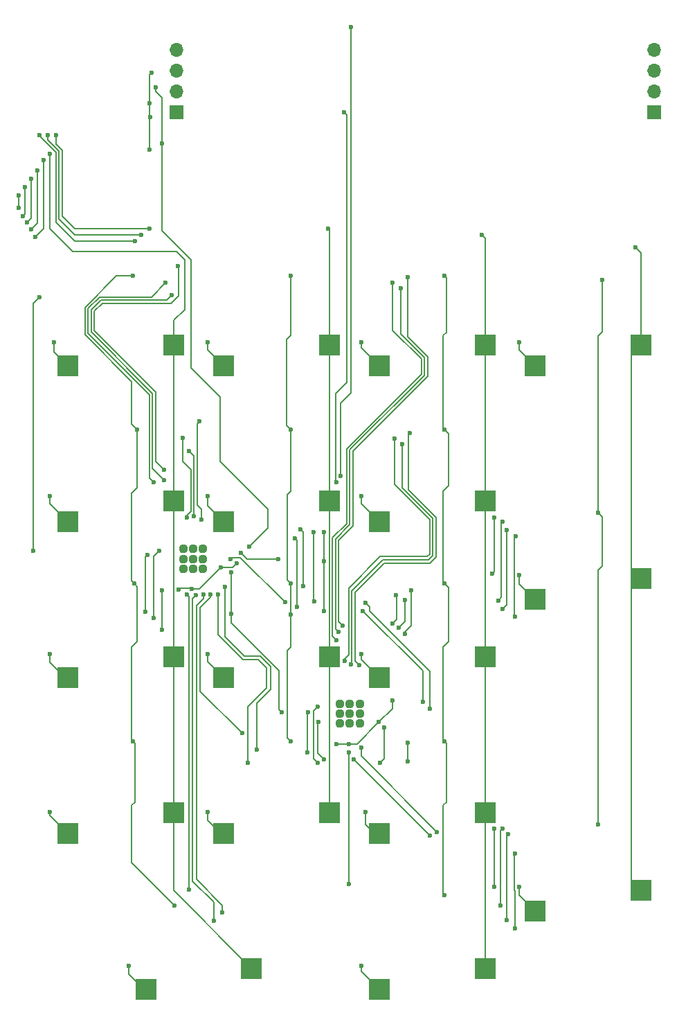
<source format=gbr>
%TF.GenerationSoftware,KiCad,Pcbnew,(6.0.5)*%
%TF.CreationDate,2022-06-21T22:17:49+02:00*%
%TF.ProjectId,Numpad,4e756d70-6164-42e6-9b69-6361645f7063,rev?*%
%TF.SameCoordinates,Original*%
%TF.FileFunction,Copper,L2,Bot*%
%TF.FilePolarity,Positive*%
%FSLAX46Y46*%
G04 Gerber Fmt 4.6, Leading zero omitted, Abs format (unit mm)*
G04 Created by KiCad (PCBNEW (6.0.5)) date 2022-06-21 22:17:49*
%MOMM*%
%LPD*%
G01*
G04 APERTURE LIST*
G04 Aperture macros list*
%AMRoundRect*
0 Rectangle with rounded corners*
0 $1 Rounding radius*
0 $2 $3 $4 $5 $6 $7 $8 $9 X,Y pos of 4 corners*
0 Add a 4 corners polygon primitive as box body*
4,1,4,$2,$3,$4,$5,$6,$7,$8,$9,$2,$3,0*
0 Add four circle primitives for the rounded corners*
1,1,$1+$1,$2,$3*
1,1,$1+$1,$4,$5*
1,1,$1+$1,$6,$7*
1,1,$1+$1,$8,$9*
0 Add four rect primitives between the rounded corners*
20,1,$1+$1,$2,$3,$4,$5,0*
20,1,$1+$1,$4,$5,$6,$7,0*
20,1,$1+$1,$6,$7,$8,$9,0*
20,1,$1+$1,$8,$9,$2,$3,0*%
G04 Aperture macros list end*
%TA.AperFunction,SMDPad,CuDef*%
%ADD10R,2.550000X2.500000*%
%TD*%
%TA.AperFunction,ComponentPad*%
%ADD11R,1.700000X1.700000*%
%TD*%
%TA.AperFunction,ComponentPad*%
%ADD12O,1.700000X1.700000*%
%TD*%
%TA.AperFunction,ComponentPad*%
%ADD13RoundRect,0.242500X-0.242500X-0.242500X0.242500X-0.242500X0.242500X0.242500X-0.242500X0.242500X0*%
%TD*%
%TA.AperFunction,ViaPad*%
%ADD14C,0.600000*%
%TD*%
%TA.AperFunction,Conductor*%
%ADD15C,0.127000*%
%TD*%
G04 APERTURE END LIST*
D10*
%TO.P,K_ZERO1,1*%
%TO.N,Net-(K_FOUR1-Pad1)*%
X51104000Y-140500000D03*
%TO.P,K_ZERO1,2*%
%TO.N,Net-(D22-Pad2)*%
X38177000Y-143040000D03*
%TD*%
%TO.P,K_TWO1,1*%
%TO.N,Net-(K_EIGHT1-Pad1)*%
X60624000Y-121455000D03*
%TO.P,K_TWO1,2*%
%TO.N,Net-(D26-Pad2)*%
X47697000Y-123995000D03*
%TD*%
%TO.P,K_DOT1,1*%
%TO.N,Net-(K_DOT1-Pad1)*%
X79674000Y-140505000D03*
%TO.P,K_DOT1,2*%
%TO.N,Net-(D31-Pad2)*%
X66747000Y-143045000D03*
%TD*%
%TO.P,K_SLASH1,1*%
%TO.N,Net-(K_EIGHT1-Pad1)*%
X60624000Y-64305000D03*
%TO.P,K_SLASH1,2*%
%TO.N,Net-(D23-Pad2)*%
X47697000Y-66845000D03*
%TD*%
%TO.P,K_ENTER1,1*%
%TO.N,Net-(K_ENTER1-Pad1)*%
X98729000Y-130975000D03*
%TO.P,K_ENTER1,2*%
%TO.N,Net-(D34-Pad2)*%
X85802000Y-133515000D03*
%TD*%
%TO.P,K_MINUS1,1*%
%TO.N,Net-(K_ENTER1-Pad1)*%
X98724000Y-64305000D03*
%TO.P,K_MINUS1,2*%
%TO.N,Net-(D32-Pad2)*%
X85797000Y-66845000D03*
%TD*%
D11*
%TO.P,J1,1,Pin_1*%
%TO.N,Net-(J1-Pad1)*%
X100320000Y-35894000D03*
D12*
%TO.P,J1,2,Pin_2*%
%TO.N,Net-(C1-Pad2)*%
X100320000Y-33354000D03*
%TO.P,J1,3,Pin_3*%
%TO.N,Net-(C1-Pad1)*%
X100320000Y-30814000D03*
%TO.P,J1,4,Pin_4*%
%TO.N,Net-(J1-Pad4)*%
X100320000Y-28274000D03*
%TD*%
D10*
%TO.P,K_PLUS1,1*%
%TO.N,Net-(K_ENTER1-Pad1)*%
X98729000Y-92875000D03*
%TO.P,K_PLUS1,2*%
%TO.N,Net-(D33-Pad2)*%
X85802000Y-95415000D03*
%TD*%
%TO.P,K_THREE1,1*%
%TO.N,Net-(K_DOT1-Pad1)*%
X79674000Y-121455000D03*
%TO.P,K_THREE1,2*%
%TO.N,Net-(D30-Pad2)*%
X66747000Y-123995000D03*
%TD*%
%TO.P,K_SEVEN1,1*%
%TO.N,Net-(K_FOUR1-Pad1)*%
X41574000Y-83355000D03*
%TO.P,K_SEVEN1,2*%
%TO.N,Net-(D19-Pad2)*%
X28647000Y-85895000D03*
%TD*%
%TO.P,K_FOUR1,1*%
%TO.N,Net-(K_FOUR1-Pad1)*%
X41574000Y-102405000D03*
%TO.P,K_FOUR1,2*%
%TO.N,Net-(D20-Pad2)*%
X28647000Y-104945000D03*
%TD*%
%TO.P,K_ONE1,1*%
%TO.N,Net-(K_FOUR1-Pad1)*%
X41574000Y-121455000D03*
%TO.P,K_ONE1,2*%
%TO.N,Net-(D21-Pad2)*%
X28647000Y-123995000D03*
%TD*%
%TO.P,K_FIVE1,1*%
%TO.N,Net-(K_EIGHT1-Pad1)*%
X60624000Y-102405000D03*
%TO.P,K_FIVE1,2*%
%TO.N,Net-(D25-Pad2)*%
X47697000Y-104945000D03*
%TD*%
D13*
%TO.P,U2,23,GND*%
%TO.N,Net-(C1-Pad2)*%
X45142000Y-90424000D03*
X43942000Y-91624000D03*
X43942000Y-90424000D03*
X45142000Y-89224000D03*
X42742000Y-90424000D03*
X45142000Y-91624000D03*
X42742000Y-91624000D03*
X42742000Y-89224000D03*
X43942000Y-89224000D03*
%TD*%
%TO.P,U3,23,GND*%
%TO.N,Net-(C1-Pad2)*%
X63119000Y-109347000D03*
X64319000Y-108147000D03*
X64319000Y-109347000D03*
X61919000Y-108147000D03*
X63119000Y-110547000D03*
X63119000Y-108147000D03*
X61919000Y-109347000D03*
X61919000Y-110547000D03*
X64319000Y-110547000D03*
%TD*%
D10*
%TO.P,K_SIX1,1*%
%TO.N,Net-(K_DOT1-Pad1)*%
X79674000Y-102405000D03*
%TO.P,K_SIX1,2*%
%TO.N,Net-(D29-Pad2)*%
X66747000Y-104945000D03*
%TD*%
%TO.P,K_STAR1,1*%
%TO.N,Net-(K_DOT1-Pad1)*%
X79674000Y-64305000D03*
%TO.P,K_STAR1,2*%
%TO.N,Net-(D27-Pad2)*%
X66747000Y-66845000D03*
%TD*%
%TO.P,K_EIGHT1,1*%
%TO.N,Net-(K_EIGHT1-Pad1)*%
X60624000Y-83355000D03*
%TO.P,K_EIGHT1,2*%
%TO.N,Net-(D24-Pad2)*%
X47697000Y-85895000D03*
%TD*%
D11*
%TO.P,J2,1,Pin_1*%
%TO.N,Net-(J2-Pad1)*%
X41926000Y-35894000D03*
D12*
%TO.P,J2,2,Pin_2*%
%TO.N,Net-(J2-Pad2)*%
X41926000Y-33354000D03*
%TO.P,J2,3,Pin_3*%
%TO.N,Net-(J2-Pad3)*%
X41926000Y-30814000D03*
%TO.P,J2,4,Pin_4*%
%TO.N,Net-(J2-Pad4)*%
X41926000Y-28274000D03*
%TD*%
D10*
%TO.P,K_NUMPAD1,1*%
%TO.N,Net-(K_FOUR1-Pad1)*%
X41574000Y-64305000D03*
%TO.P,K_NUMPAD1,2*%
%TO.N,Net-(D18-Pad2)*%
X28647000Y-66845000D03*
%TD*%
%TO.P,K_NINE1,1*%
%TO.N,Net-(K_DOT1-Pad1)*%
X79674000Y-83355000D03*
%TO.P,K_NINE1,2*%
%TO.N,Net-(D28-Pad2)*%
X66747000Y-85895000D03*
%TD*%
D14*
%TO.N,Net-(D18-Pad1)*%
X25654000Y-41656000D03*
X24638000Y-51054000D03*
%TO.N,Net-(D18-Pad2)*%
X26974000Y-63992000D03*
%TO.N,Net-(D19-Pad1)*%
X24102475Y-50197889D03*
X24892000Y-42926000D03*
%TO.N,Net-(D19-Pad2)*%
X26466000Y-82788000D03*
%TO.N,Net-(D20-Pad1)*%
X83385903Y-87707316D03*
X24130000Y-43942000D03*
X23626452Y-49305347D03*
X83362000Y-97520000D03*
%TO.N,Net-(D20-Pad2)*%
X26466000Y-102092000D03*
%TO.N,Net-(D21-Pad1)*%
X23114000Y-48514000D03*
X23368000Y-44958000D03*
%TO.N,Net-(D21-Pad2)*%
X26466000Y-121396000D03*
%TO.N,Net-(D22-Pad1)*%
X22606000Y-47498000D03*
X83362000Y-126476000D03*
X22606000Y-45974000D03*
X83362000Y-135620000D03*
%TO.N,Net-(D22-Pad2)*%
X36118000Y-140192000D03*
%TO.N,Net-(D23-Pad2)*%
X45770000Y-63992000D03*
%TO.N,Net-(D24-Pad2)*%
X45770000Y-82788000D03*
%TO.N,Net-(D25-Pad2)*%
X45770000Y-102092000D03*
%TO.N,Net-(D26-Pad2)*%
X45770000Y-121396000D03*
%TO.N,Net-(D27-Pad2)*%
X64566000Y-63992000D03*
%TO.N,Net-(D28-Pad2)*%
X64566000Y-82788000D03*
%TO.N,Net-(D29-Pad2)*%
X64566000Y-102092000D03*
%TO.N,Net-(D30-Pad2)*%
X65074000Y-121396000D03*
%TO.N,Net-(D31-Pad2)*%
X64566000Y-140192000D03*
%TO.N,Net-(D32-Pad2)*%
X83870000Y-63992000D03*
%TO.N,Net-(D33-Pad2)*%
X83870000Y-92440000D03*
%TO.N,Net-(D34-Pad2)*%
X83870000Y-130540000D03*
%TO.N,Net-(C1-Pad1)*%
X67310000Y-110998000D03*
X66802000Y-115316000D03*
X57985000Y-109147000D03*
X38862000Y-30988000D03*
X57952430Y-114057618D03*
X38608000Y-40386000D03*
X24384000Y-89408000D03*
X38701299Y-36445054D03*
X25146000Y-58420000D03*
X48641000Y-92075000D03*
X54810000Y-109147000D03*
X38612045Y-34788894D03*
X38354000Y-89916000D03*
X38100000Y-96884520D03*
X48641000Y-97155000D03*
%TO.N,Net-(D2-Pad1)*%
X44720000Y-73644000D03*
X44958000Y-85598000D03*
%TO.N,Net-(D2-Pad2)*%
X44069480Y-85216520D03*
X43434000Y-77216000D03*
%TO.N,Net-(D2-Pad4)*%
X43180000Y-85344000D03*
X42688000Y-75676000D03*
%TO.N,Net-(C1-Pad2)*%
X61468000Y-113030000D03*
X43815000Y-94107000D03*
X68326000Y-107696000D03*
X49276000Y-90932000D03*
X40132000Y-39624000D03*
X50800000Y-88900000D03*
X47371000Y-91440000D03*
X62992000Y-113030000D03*
X42218922Y-94229011D03*
X66675000Y-110363000D03*
X40132000Y-94234000D03*
X40132000Y-99060000D03*
X39370000Y-32766000D03*
%TO.N,Net-(D14-Pad2)*%
X82480000Y-124070000D03*
X63627000Y-114935000D03*
X82346000Y-134604000D03*
X72898000Y-124206000D03*
%TO.N,Net-(D1-Pad4)*%
X39116000Y-81026000D03*
X40602000Y-56680000D03*
%TO.N,Net-(D1-Pad2)*%
X40386000Y-80772000D03*
X41364000Y-58204000D03*
%TO.N,Net-(D1-Pad1)*%
X42126000Y-54648000D03*
X40386000Y-79502000D03*
%TO.N,Net-(D11-Pad4)*%
X68580000Y-75692000D03*
X62484000Y-102870000D03*
%TO.N,Net-(D11-Pad2)*%
X63299292Y-103322320D03*
X69523993Y-76436273D03*
%TO.N,Net-(D11-Pad1)*%
X70497000Y-75045000D03*
X64262000Y-103378000D03*
%TO.N,Net-(D12-Pad4)*%
X81788000Y-85852000D03*
X68326000Y-98298000D03*
X81280000Y-95504000D03*
X68724989Y-94851011D03*
%TO.N,Net-(D12-Pad2)*%
X81788000Y-96520000D03*
X69088000Y-98806000D03*
X69859000Y-95495000D03*
X82296000Y-86868000D03*
%TO.N,Net-(D12-Pad1)*%
X80772000Y-85344000D03*
X70612000Y-94234000D03*
X69850000Y-99568000D03*
X80518000Y-92202000D03*
%TO.N,Net-(D3-Pad2)*%
X56388000Y-87884000D03*
X56642000Y-96266000D03*
%TO.N,Net-(J1-Pad1)*%
X62404000Y-35894000D03*
X72898000Y-108712000D03*
X55177262Y-95724876D03*
X65024000Y-95758000D03*
X48514000Y-90424000D03*
X58783011Y-95648989D03*
X58674000Y-87122000D03*
X61468000Y-81026000D03*
%TO.N,Net-(J1-Pad4)*%
X63246000Y-25400000D03*
X59944000Y-90678000D03*
X72080004Y-107923248D03*
X64719750Y-96805095D03*
X59944000Y-87122000D03*
X61976000Y-80264000D03*
X59944000Y-96774000D03*
X54356000Y-90424000D03*
X49784000Y-89662000D03*
%TO.N,Net-(D14-Pad4)*%
X73787000Y-123825000D03*
X81838000Y-123428000D03*
X64501614Y-113461467D03*
X81584000Y-132826000D03*
%TO.N,Net-(D3-Pad4)*%
X57096345Y-86864569D03*
X57404000Y-93726000D03*
%TO.N,Net-(D14-Pad1)*%
X80822000Y-130540000D03*
X80822000Y-123428000D03*
X62992000Y-130175000D03*
X62992000Y-114046000D03*
%TO.N,Net-(D10-Pad3)*%
X70231000Y-115189000D03*
X70231000Y-112903000D03*
X74726000Y-74660000D03*
X74726000Y-55864000D03*
X59309000Y-110363000D03*
X74726000Y-112760000D03*
X59972227Y-114917341D03*
X74726000Y-131556000D03*
X74726000Y-93456000D03*
%TO.N,Net-(D1-Pad3)*%
X41706000Y-132826000D03*
X36626000Y-112760000D03*
X36741335Y-93416482D03*
X36626000Y-55864000D03*
X37134000Y-74660000D03*
%TO.N,Net-(D6-Pad3)*%
X39779308Y-89488624D03*
X39164446Y-97627280D03*
X55930000Y-74660000D03*
X55930000Y-112760000D03*
X55930000Y-93456000D03*
X55930000Y-55864000D03*
X55930000Y-97232000D03*
%TO.N,Net-(D15-Pad3)*%
X59182000Y-108458000D03*
X59182000Y-115316000D03*
X93522000Y-84820000D03*
X93522000Y-122920000D03*
X94030000Y-56372000D03*
%TO.N,Net-(D4-Pad1)*%
X46101000Y-94742000D03*
X49927000Y-111744000D03*
%TO.N,Net-(D4-Pad2)*%
X50673000Y-115316000D03*
X46990000Y-94742000D03*
%TO.N,Net-(D4-Pad4)*%
X47879000Y-93853000D03*
X51705000Y-113776000D03*
%TO.N,Net-(D5-Pad1)*%
X43434000Y-130810000D03*
X43180000Y-94742000D03*
%TO.N,Net-(D5-Pad2)*%
X44323000Y-94869000D03*
X46482000Y-134620000D03*
%TO.N,Net-(D5-Pad4)*%
X45212000Y-94742000D03*
X47498000Y-133604000D03*
%TO.N,Net-(D10-Pad1)*%
X62230000Y-98552000D03*
X70243000Y-55995000D03*
%TO.N,Net-(D10-Pad2)*%
X61722000Y-99314000D03*
X69351000Y-57395000D03*
%TO.N,Net-(D10-Pad4)*%
X68326000Y-56642000D03*
X61468000Y-100330000D03*
%TO.N,Net-(K_DOT1-Pad1)*%
X79248000Y-50800000D03*
X26162000Y-38608000D03*
X37592000Y-50800000D03*
%TO.N,Net-(K_EIGHT1-Pad1)*%
X27178000Y-38608000D03*
X60452000Y-50038000D03*
X38608000Y-50038000D03*
%TO.N,Net-(K_ENTER1-Pad1)*%
X25146000Y-38608000D03*
X98044000Y-52324000D03*
X36830000Y-51562000D03*
%TO.N,Net-(K_FOUR1-Pad1)*%
X26416000Y-40894000D03*
%TD*%
D15*
%TO.N,Net-(D18-Pad1)*%
X24638000Y-51054000D02*
X25654000Y-50038000D01*
X25654000Y-50038000D02*
X25654000Y-41656000D01*
%TO.N,Net-(D18-Pad2)*%
X26974000Y-65172000D02*
X26974000Y-63992000D01*
X28647000Y-66845000D02*
X26974000Y-65172000D01*
%TO.N,Net-(D19-Pad1)*%
X24102475Y-50197889D02*
X24892000Y-49408364D01*
X24892000Y-49408364D02*
X24892000Y-42926000D01*
%TO.N,Net-(D19-Pad2)*%
X26466000Y-83714000D02*
X26466000Y-82788000D01*
X28647000Y-85895000D02*
X26466000Y-83714000D01*
%TO.N,Net-(D20-Pad1)*%
X83216489Y-97374489D02*
X83216489Y-88013511D01*
X83362000Y-97520000D02*
X83216489Y-97374489D01*
X23626452Y-49305347D02*
X24130000Y-48801799D01*
X24130000Y-48801799D02*
X24130000Y-43942000D01*
X83216489Y-88013511D02*
X83385903Y-87707316D01*
%TO.N,Net-(D20-Pad2)*%
X26466000Y-103108000D02*
X26466000Y-102092000D01*
X28303000Y-104945000D02*
X26466000Y-103108000D01*
%TO.N,Net-(D21-Pad1)*%
X23368000Y-48260000D02*
X23368000Y-44958000D01*
X23114000Y-48514000D02*
X23368000Y-48260000D01*
%TO.N,Net-(D21-Pad2)*%
X26466000Y-121814000D02*
X26466000Y-121396000D01*
X28647000Y-123995000D02*
X26466000Y-121814000D01*
%TO.N,Net-(D22-Pad1)*%
X83362000Y-126476000D02*
X83216489Y-126621511D01*
X83216489Y-130902489D02*
X83216489Y-126621511D01*
X83362000Y-135620000D02*
X83362000Y-131048000D01*
X22606000Y-47498000D02*
X22606000Y-45974000D01*
X83362000Y-131048000D02*
X83216489Y-130902489D01*
%TO.N,Net-(D22-Pad2)*%
X37950000Y-143040000D02*
X36118000Y-141208000D01*
X36118000Y-141208000D02*
X36118000Y-140192000D01*
%TO.N,Net-(D23-Pad2)*%
X45770000Y-64918000D02*
X45770000Y-63992000D01*
X47697000Y-66845000D02*
X45770000Y-64918000D01*
%TO.N,Net-(D24-Pad2)*%
X47697000Y-85895000D02*
X45770000Y-83968000D01*
X45770000Y-83968000D02*
X45770000Y-82788000D01*
%TO.N,Net-(D25-Pad2)*%
X45770000Y-103018000D02*
X45770000Y-102092000D01*
X47697000Y-104945000D02*
X45770000Y-103018000D01*
%TO.N,Net-(D26-Pad2)*%
X47353000Y-123995000D02*
X45770000Y-122412000D01*
X45770000Y-122412000D02*
X45770000Y-121396000D01*
%TO.N,Net-(D27-Pad2)*%
X66747000Y-66845000D02*
X64566000Y-64664000D01*
X64566000Y-64664000D02*
X64566000Y-63992000D01*
%TO.N,Net-(D28-Pad2)*%
X66747000Y-85895000D02*
X64566000Y-83714000D01*
X64566000Y-83714000D02*
X64566000Y-82788000D01*
%TO.N,Net-(D29-Pad2)*%
X64566000Y-102764000D02*
X64566000Y-102092000D01*
X66747000Y-104945000D02*
X64566000Y-102764000D01*
%TO.N,Net-(D30-Pad2)*%
X65074000Y-122920000D02*
X65074000Y-121396000D01*
X66149000Y-123995000D02*
X65074000Y-122920000D01*
%TO.N,Net-(D31-Pad2)*%
X66747000Y-143045000D02*
X64566000Y-140864000D01*
X64566000Y-140864000D02*
X64566000Y-140192000D01*
%TO.N,Net-(D32-Pad2)*%
X85797000Y-66845000D02*
X83870000Y-64918000D01*
X83870000Y-64918000D02*
X83870000Y-63992000D01*
%TO.N,Net-(D33-Pad2)*%
X83870000Y-93483000D02*
X83870000Y-92440000D01*
X85802000Y-95415000D02*
X83870000Y-93483000D01*
%TO.N,Net-(D34-Pad2)*%
X85802000Y-133488000D02*
X83870000Y-131556000D01*
X83870000Y-131556000D02*
X83870000Y-130540000D01*
%TO.N,Net-(C1-Pad1)*%
X54483000Y-108820000D02*
X54810000Y-109147000D01*
X38100000Y-96884520D02*
X38100000Y-90170000D01*
X57952430Y-109179570D02*
X57952430Y-114057618D01*
X67310000Y-114808000D02*
X66802000Y-115316000D01*
X38608000Y-40386000D02*
X38608000Y-36538353D01*
X48641000Y-97155000D02*
X48641000Y-98261490D01*
X38100000Y-90170000D02*
X38354000Y-89916000D01*
X67310000Y-110998000D02*
X67310000Y-114808000D01*
X38612045Y-34788894D02*
X38612045Y-36355800D01*
X38612045Y-34788894D02*
X38612045Y-31237955D01*
X57985000Y-109147000D02*
X57952430Y-109179570D01*
X24384000Y-59182000D02*
X25146000Y-58420000D01*
X24384000Y-89408000D02*
X24384000Y-59182000D01*
X48641000Y-92075000D02*
X48641000Y-97155000D01*
X48641000Y-98261490D02*
X54483000Y-104103490D01*
X38608000Y-36538353D02*
X38701299Y-36445054D01*
X54483000Y-104103490D02*
X54483000Y-108820000D01*
X38612045Y-36355800D02*
X38701299Y-36445054D01*
X38612045Y-31237955D02*
X38862000Y-30988000D01*
%TO.N,Net-(D2-Pad1)*%
X44450000Y-83820000D02*
X44958000Y-84328000D01*
X44720000Y-73644000D02*
X44450000Y-73914000D01*
X44958000Y-84328000D02*
X44958000Y-85598000D01*
X44450000Y-73914000D02*
X44450000Y-83820000D01*
%TO.N,Net-(D2-Pad2)*%
X44069480Y-84962520D02*
X44069480Y-85216520D01*
X44069480Y-84962520D02*
X44069480Y-77851480D01*
X44069480Y-77851480D02*
X43434000Y-77216000D01*
%TO.N,Net-(D2-Pad4)*%
X42688000Y-75676000D02*
X42688000Y-78502000D01*
X43688000Y-79502000D02*
X43688000Y-84582000D01*
X42688000Y-78502000D02*
X43688000Y-79502000D01*
X43688000Y-84582000D02*
X43180000Y-85090000D01*
X43180000Y-85090000D02*
X43180000Y-85344000D01*
%TO.N,Net-(C1-Pad2)*%
X68326000Y-108712000D02*
X68326000Y-107696000D01*
X42218922Y-94229011D02*
X42467933Y-93980000D01*
X44704000Y-94107000D02*
X47371000Y-91440000D01*
X42467933Y-93980000D02*
X43688000Y-93980000D01*
X64008000Y-113030000D02*
X62992000Y-113030000D01*
X66675000Y-110363000D02*
X68326000Y-108712000D01*
X40132000Y-39370000D02*
X40132000Y-34036000D01*
X43688000Y-93980000D02*
X43815000Y-94107000D01*
X40132000Y-50292000D02*
X40132000Y-39624000D01*
X66675000Y-110363000D02*
X64008000Y-113030000D01*
X43815000Y-94107000D02*
X44704000Y-94107000D01*
X53086000Y-86614000D02*
X53086000Y-84328000D01*
X43688000Y-53848000D02*
X40132000Y-50292000D01*
X40132000Y-39624000D02*
X40132000Y-39370000D01*
X62992000Y-113030000D02*
X61468000Y-113030000D01*
X43688000Y-67056000D02*
X43688000Y-53848000D01*
X40132000Y-99060000D02*
X40132000Y-94234000D01*
X53086000Y-84328000D02*
X47244000Y-78486000D01*
X39370000Y-33274000D02*
X39370000Y-32766000D01*
X40132000Y-34036000D02*
X39370000Y-33274000D01*
X50800000Y-88900000D02*
X53086000Y-86614000D01*
X48768000Y-91440000D02*
X49276000Y-90932000D01*
X47371000Y-91440000D02*
X48768000Y-91440000D01*
X47244000Y-78486000D02*
X47244000Y-70612000D01*
X47244000Y-70612000D02*
X43688000Y-67056000D01*
%TO.N,Net-(D14-Pad2)*%
X63627000Y-114935000D02*
X72898000Y-124206000D01*
X82480000Y-124070000D02*
X82346000Y-124204000D01*
X82346000Y-124204000D02*
X82346000Y-134604000D01*
%TO.N,Net-(D1-Pad4)*%
X40602000Y-56680000D02*
X38862000Y-58420000D01*
X38608000Y-70358000D02*
X38608000Y-80518000D01*
X31114520Y-59847616D02*
X31114520Y-62864520D01*
X31114520Y-62864520D02*
X38608000Y-70358000D01*
X32542136Y-58420000D02*
X31114520Y-59847616D01*
X38608000Y-80518000D02*
X39116000Y-81026000D01*
X38862000Y-58420000D02*
X32542136Y-58420000D01*
%TO.N,Net-(D1-Pad2)*%
X38988520Y-70200384D02*
X38988520Y-79374520D01*
X31496000Y-62707864D02*
X38988520Y-70200384D01*
X41364000Y-58204000D02*
X40767481Y-58800519D01*
X32699753Y-58800519D02*
X31496000Y-60004272D01*
X31496000Y-60004272D02*
X31496000Y-62707864D01*
X38988520Y-79374520D02*
X40386000Y-80772000D01*
X40767481Y-58800519D02*
X32699753Y-58800519D01*
%TO.N,Net-(D1-Pad1)*%
X42126000Y-54648000D02*
X42164000Y-54686000D01*
X31876520Y-60161888D02*
X31876520Y-62550248D01*
X31876520Y-62550248D02*
X39370000Y-70043728D01*
X41258586Y-59182000D02*
X32856408Y-59182000D01*
X42164000Y-54686000D02*
X42164000Y-58276586D01*
X42164000Y-58276586D02*
X41258586Y-59182000D01*
X32856408Y-59182000D02*
X31876520Y-60161888D01*
X39370000Y-78486000D02*
X40386000Y-79502000D01*
X39370000Y-70043728D02*
X39370000Y-78486000D01*
%TO.N,Net-(D11-Pad4)*%
X68580000Y-75692000D02*
X68580000Y-81340272D01*
X72898960Y-89854768D02*
X72598316Y-90155412D01*
X62992000Y-93980000D02*
X62992000Y-102108000D01*
X62992000Y-102108000D02*
X62484000Y-102616000D01*
X62484000Y-102616000D02*
X62484000Y-102870000D01*
X66816588Y-90155412D02*
X62992000Y-93980000D01*
X72598316Y-90155412D02*
X66816588Y-90155412D01*
X72898960Y-85659232D02*
X72898960Y-89854768D01*
X68580000Y-81340272D02*
X72898960Y-85659232D01*
%TO.N,Net-(D11-Pad2)*%
X63373481Y-103250519D02*
X63299292Y-103322320D01*
X73279480Y-85501616D02*
X73279480Y-90012384D01*
X69523993Y-81746129D02*
X73279480Y-85501616D01*
X69523993Y-76436273D02*
X69523993Y-81746129D01*
X73279480Y-90012384D02*
X72755932Y-90535932D01*
X63373481Y-94330384D02*
X63373481Y-103250519D01*
X67167933Y-90535932D02*
X63373481Y-94330384D01*
X72755932Y-90535932D02*
X67167933Y-90535932D01*
%TO.N,Net-(D11-Pad1)*%
X72898000Y-90932000D02*
X67310001Y-90932000D01*
X70497000Y-75045000D02*
X70275979Y-75266021D01*
X70275979Y-81959979D02*
X73660000Y-85344000D01*
X73660000Y-85344000D02*
X73660000Y-90170000D01*
X73660000Y-90170000D02*
X72898000Y-90932000D01*
X70275979Y-75266021D02*
X70275979Y-81959979D01*
X63754000Y-94488002D02*
X63754000Y-102870000D01*
X63754000Y-94488002D02*
X67310001Y-90932000D01*
X63754000Y-102870000D02*
X64262000Y-103378000D01*
%TO.N,Net-(D12-Pad4)*%
X68834000Y-97790000D02*
X68326000Y-98298000D01*
X81642489Y-85997511D02*
X81642489Y-95141511D01*
X68834000Y-94960022D02*
X68834000Y-97790000D01*
X81788000Y-85852000D02*
X81642489Y-85997511D01*
X81642489Y-95141511D02*
X81280000Y-95504000D01*
X68724989Y-94851011D02*
X68834000Y-94960022D01*
%TO.N,Net-(D12-Pad2)*%
X69850000Y-98044000D02*
X69088000Y-98806000D01*
X69859000Y-95495000D02*
X69850000Y-95504000D01*
X82296000Y-86868000D02*
X82296000Y-96012000D01*
X82296000Y-96012000D02*
X81788000Y-96520000D01*
X69850000Y-95504000D02*
X69850000Y-98044000D01*
%TO.N,Net-(D12-Pad1)*%
X80772000Y-85344000D02*
X80772000Y-91948000D01*
X70612000Y-94234000D02*
X70612000Y-98552000D01*
X80772000Y-91948000D02*
X80518000Y-92202000D01*
X70612000Y-98552000D02*
X69850000Y-99314000D01*
X69850000Y-99314000D02*
X69850000Y-99568000D01*
%TO.N,Net-(D3-Pad2)*%
X56642000Y-96266000D02*
X56642000Y-88138000D01*
X56642000Y-88138000D02*
X56388000Y-87884000D01*
%TO.N,Net-(J1-Pad1)*%
X58674000Y-95539978D02*
X58674000Y-87122000D01*
X61468000Y-81026000D02*
X61358989Y-80916989D01*
X62738000Y-68834000D02*
X62738000Y-36228000D01*
X49674989Y-90314989D02*
X55177262Y-95724876D01*
X72898000Y-104140000D02*
X65532000Y-96774000D01*
X58783011Y-95648989D02*
X58674000Y-95539978D01*
X62738000Y-36228000D02*
X62404000Y-35894000D01*
X61358989Y-80916989D02*
X61358989Y-70213011D01*
X65532000Y-96774000D02*
X65532000Y-96266000D01*
X65532000Y-96266000D02*
X65024000Y-95758000D01*
X48623011Y-90314989D02*
X49674989Y-90314989D01*
X61358989Y-70213011D02*
X62738000Y-68834000D01*
X48514000Y-90424000D02*
X48623011Y-90314989D01*
X72898000Y-108712000D02*
X72898000Y-104140000D01*
%TO.N,Net-(J1-Pad4)*%
X72080004Y-107923248D02*
X72080004Y-104084004D01*
X61976000Y-80264000D02*
X61976000Y-71374000D01*
X59944000Y-90678000D02*
X59944000Y-87122000D01*
X49784000Y-89662000D02*
X50546000Y-90424000D01*
X61976000Y-71374000D02*
X63246000Y-70104000D01*
X50546000Y-90424000D02*
X54356000Y-90424000D01*
X59944000Y-96774000D02*
X59944000Y-90678000D01*
X72080004Y-104084004D02*
X64719750Y-96805095D01*
X63246000Y-70104000D02*
X63246000Y-25400000D01*
%TO.N,Net-(D14-Pad4)*%
X81584000Y-123682000D02*
X81838000Y-123428000D01*
X73787000Y-123825000D02*
X64501614Y-114539614D01*
X81584000Y-132826000D02*
X81584000Y-123682000D01*
X64501614Y-114539614D02*
X64501614Y-113461467D01*
%TO.N,Net-(D3-Pad4)*%
X57404000Y-93726000D02*
X57404000Y-87122000D01*
X57404000Y-87122000D02*
X57096345Y-86864569D01*
%TO.N,Net-(D14-Pad1)*%
X62992000Y-130175000D02*
X62992000Y-114046000D01*
X80822000Y-123428000D02*
X80822000Y-130540000D01*
%TO.N,Net-(D10-Pad3)*%
X74726000Y-112760000D02*
X74549479Y-112583479D01*
X75234000Y-81492726D02*
X75234000Y-75168000D01*
X74938521Y-120167479D02*
X74938521Y-112972521D01*
X75234000Y-100568000D02*
X75234000Y-93964000D01*
X74938521Y-56076521D02*
X74726000Y-55864000D01*
X74726000Y-74660000D02*
X74549479Y-74483479D01*
X70231000Y-112903000D02*
X70231000Y-115189000D01*
X74549479Y-74483479D02*
X74549479Y-63127247D01*
X74726000Y-93456000D02*
X74549479Y-93279479D01*
X59182000Y-114173000D02*
X59182000Y-110490000D01*
X59972227Y-114917341D02*
X59926341Y-114917341D01*
X59182000Y-110490000D02*
X59309000Y-110363000D01*
X59926341Y-114917341D02*
X59182000Y-114173000D01*
X74549479Y-101252521D02*
X75234000Y-100568000D01*
X75234000Y-93964000D02*
X74726000Y-93456000D01*
X75234000Y-75168000D02*
X74726000Y-74660000D01*
X74549479Y-120556521D02*
X74938521Y-120167479D01*
X74549479Y-112583479D02*
X74549479Y-101252521D01*
X74726000Y-131556000D02*
X74549479Y-131379479D01*
X74549479Y-131379479D02*
X74549479Y-120556521D01*
X74549479Y-63127247D02*
X74938521Y-62738205D01*
X74938521Y-112972521D02*
X74726000Y-112760000D01*
X74549479Y-82177247D02*
X75234000Y-81492726D01*
X74938521Y-62738205D02*
X74938521Y-56076521D01*
X74549479Y-93279479D02*
X74549479Y-82177247D01*
%TO.N,Net-(D1-Pad3)*%
X36449479Y-82456521D02*
X37134000Y-81772000D01*
X36626000Y-112760000D02*
X36838521Y-112972521D01*
X30734000Y-59690000D02*
X34560000Y-55864000D01*
X37134000Y-100568000D02*
X37134000Y-93809147D01*
X36449479Y-112583479D02*
X36449479Y-101252521D01*
X36449479Y-73975479D02*
X36449479Y-68781479D01*
X36449479Y-127569479D02*
X41706000Y-132826000D01*
X36449479Y-93124626D02*
X36449479Y-82456521D01*
X30734000Y-63066000D02*
X30734000Y-59690000D01*
X36838521Y-120167479D02*
X36449479Y-120556521D01*
X36838521Y-112972521D02*
X36838521Y-120167479D01*
X36626000Y-112760000D02*
X36449479Y-112583479D01*
X36449479Y-101252521D02*
X37134000Y-100568000D01*
X36449479Y-120556521D02*
X36449479Y-127569479D01*
X36449479Y-68781479D02*
X30734000Y-63066000D01*
X37134000Y-93809147D02*
X36741335Y-93416482D01*
X36741335Y-93416482D02*
X36449479Y-93124626D01*
X37134000Y-81772000D02*
X37134000Y-74660000D01*
X34560000Y-55864000D02*
X36626000Y-55864000D01*
X37134000Y-74660000D02*
X36449479Y-73975479D01*
%TO.N,Net-(D6-Pad3)*%
X55930000Y-63108381D02*
X55422000Y-63616381D01*
X55930000Y-101208381D02*
X55499479Y-101638902D01*
X55930000Y-55864000D02*
X55930000Y-63108381D01*
X55422000Y-63616381D02*
X55422000Y-74152000D01*
X55499479Y-101638902D02*
X55499479Y-112329479D01*
X39164446Y-97627280D02*
X39164446Y-90121554D01*
X55499479Y-82588902D02*
X55499479Y-93025479D01*
X55930000Y-97232000D02*
X55930000Y-101208381D01*
X39164446Y-90121554D02*
X39779308Y-89488624D01*
X55930000Y-93456000D02*
X55930000Y-97232000D01*
X55930000Y-74660000D02*
X55930000Y-82158381D01*
X55422000Y-74152000D02*
X55930000Y-74660000D01*
X55499479Y-112329479D02*
X55930000Y-112760000D01*
X55499479Y-93025479D02*
X55930000Y-93456000D01*
X55930000Y-82158381D02*
X55499479Y-82588902D01*
%TO.N,Net-(D15-Pad3)*%
X93522000Y-122920000D02*
X93522000Y-91779726D01*
X93522000Y-84820000D02*
X93522000Y-63204726D01*
X93993521Y-91308205D02*
X93993521Y-85291521D01*
X93522000Y-63204726D02*
X94030000Y-62696726D01*
X93522000Y-91779726D02*
X93993521Y-91308205D01*
X58674000Y-108966000D02*
X59182000Y-108458000D01*
X94030000Y-62696726D02*
X94030000Y-56372000D01*
X59182000Y-115316000D02*
X58674000Y-114808000D01*
X93993521Y-85291521D02*
X93522000Y-84820000D01*
X58674000Y-114808000D02*
X58674000Y-108966000D01*
%TO.N,Net-(D4-Pad1)*%
X46101000Y-95123000D02*
X46101000Y-94742000D01*
X49927000Y-111744000D02*
X44831000Y-106648000D01*
X44831000Y-106648000D02*
X44831000Y-96393000D01*
X44831000Y-96393000D02*
X46101000Y-95123000D01*
%TO.N,Net-(D4-Pad2)*%
X52959000Y-103759000D02*
X51943000Y-102743000D01*
X50673000Y-108458000D02*
X52959000Y-106172000D01*
X50673000Y-115316000D02*
X50673000Y-108458000D01*
X50038000Y-102743000D02*
X46990000Y-99695000D01*
X46990000Y-99695000D02*
X46990000Y-94742000D01*
X51943000Y-102743000D02*
X50038000Y-102743000D01*
X52959000Y-106172000D02*
X52959000Y-103759000D01*
%TO.N,Net-(D4-Pad4)*%
X47882187Y-99945813D02*
X47879000Y-99942626D01*
X50225854Y-102289480D02*
X52130854Y-102289480D01*
X51705000Y-113776000D02*
X51705000Y-108067374D01*
X53412520Y-106359854D02*
X53412520Y-103571146D01*
X47879000Y-99942626D02*
X47879000Y-93853000D01*
X51705000Y-108067374D02*
X53412520Y-106359854D01*
X52130854Y-102289480D02*
X53412520Y-103571146D01*
X50225854Y-102289480D02*
X47882187Y-99945813D01*
%TO.N,Net-(D5-Pad1)*%
X43434000Y-94996000D02*
X43180000Y-94742000D01*
X43434000Y-130810000D02*
X43434000Y-94996000D01*
%TO.N,Net-(D5-Pad2)*%
X43887520Y-129794000D02*
X43887520Y-95304480D01*
X46482000Y-134620000D02*
X46482000Y-132388480D01*
X46482000Y-132388480D02*
X43887520Y-129794000D01*
X43887520Y-95304480D02*
X44323000Y-94869000D01*
%TO.N,Net-(D5-Pad4)*%
X44341040Y-96120960D02*
X45212000Y-95250000D01*
X44341040Y-129606146D02*
X44341040Y-96120960D01*
X45212000Y-95250000D02*
X45212000Y-94742000D01*
X47498000Y-133604000D02*
X47498000Y-132763106D01*
X47498000Y-132763106D02*
X44341040Y-129606146D01*
%TO.N,Net-(D10-Pad1)*%
X70243000Y-63324728D02*
X72623059Y-65704787D01*
X63500000Y-77276272D02*
X63500000Y-86420272D01*
X61765560Y-88154712D02*
X61765560Y-98087560D01*
X61765560Y-98087560D02*
X62230000Y-98552000D01*
X70243000Y-55995000D02*
X70243000Y-63324728D01*
X63500000Y-86420272D02*
X61765560Y-88154712D01*
X72623059Y-68153213D02*
X63500000Y-77276272D01*
X72623059Y-65704787D02*
X72623059Y-68153213D01*
%TO.N,Net-(D10-Pad2)*%
X61385040Y-87997096D02*
X61385040Y-98977040D01*
X69351000Y-57395000D02*
X69351000Y-62970864D01*
X63118520Y-77119616D02*
X63118519Y-86263617D01*
X72242540Y-65862404D02*
X72242540Y-67995596D01*
X72242540Y-67995596D02*
X63118520Y-77119616D01*
X61385040Y-98977040D02*
X61722000Y-99314000D01*
X63118519Y-86263617D02*
X61385040Y-87997096D01*
X69351000Y-62970864D02*
X72242540Y-65862404D01*
%TO.N,Net-(D10-Pad4)*%
X68326000Y-56642000D02*
X68326000Y-62484000D01*
X68326000Y-62484000D02*
X71862021Y-66020021D01*
X71862021Y-67837979D02*
X62738000Y-76962000D01*
X61004520Y-99866520D02*
X61468000Y-100330000D01*
X61004520Y-87839480D02*
X61004520Y-99866520D01*
X71862021Y-66020021D02*
X71862021Y-67837979D01*
X62738000Y-76962000D02*
X62738000Y-86106000D01*
X62738000Y-86106000D02*
X61004520Y-87839480D01*
%TO.N,Net-(K_DOT1-Pad1)*%
X26162000Y-39229278D02*
X26162000Y-38608000D01*
X27558519Y-40625797D02*
X26162000Y-39229278D01*
X79674000Y-64305000D02*
X79674000Y-51226000D01*
X29464000Y-50800000D02*
X27558520Y-48894520D01*
X79674000Y-121455000D02*
X79674000Y-102405000D01*
X79674000Y-83355000D02*
X79674000Y-64305000D01*
X37592000Y-50800000D02*
X29464000Y-50800000D01*
X79674000Y-140505000D02*
X79674000Y-121455000D01*
X79674000Y-102405000D02*
X79674000Y-83355000D01*
X27558520Y-48894520D02*
X27558519Y-40625797D01*
X79674000Y-51226000D02*
X79248000Y-50800000D01*
%TO.N,Net-(K_EIGHT1-Pad1)*%
X29464000Y-50038000D02*
X27940000Y-48514000D01*
X60624000Y-50210000D02*
X60452000Y-50038000D01*
X60624000Y-83355000D02*
X60624000Y-102405000D01*
X27940000Y-40469142D02*
X27178000Y-39707142D01*
X60624000Y-64305000D02*
X60624000Y-50210000D01*
X60624000Y-64305000D02*
X60624000Y-83355000D01*
X27940000Y-48514000D02*
X27940000Y-40469142D01*
X60624000Y-102405000D02*
X60624000Y-121455000D01*
X27178000Y-39707142D02*
X27178000Y-38608000D01*
X38608000Y-50038000D02*
X29464000Y-50038000D01*
%TO.N,Net-(K_ENTER1-Pad1)*%
X97555579Y-94048421D02*
X97555579Y-129801579D01*
X27178000Y-49276000D02*
X27178000Y-40783414D01*
X98724000Y-53004000D02*
X98044000Y-52324000D01*
X29464000Y-51562000D02*
X27178000Y-49276000D01*
X36830000Y-51562000D02*
X29464000Y-51562000D01*
X97555579Y-65473421D02*
X97555579Y-91701579D01*
X98724000Y-64305000D02*
X98724000Y-53004000D01*
X25146000Y-38751414D02*
X25146000Y-38608000D01*
X27178000Y-40783414D02*
X25146000Y-38751414D01*
%TO.N,Net-(K_FOUR1-Pad1)*%
X26416000Y-50038000D02*
X26416000Y-40894000D01*
X41574000Y-64305000D02*
X41574000Y-61296000D01*
X42926000Y-59944000D02*
X42926000Y-53848000D01*
X41574000Y-102405000D02*
X41574000Y-121455000D01*
X41574000Y-61296000D02*
X42926000Y-59944000D01*
X41574000Y-121455000D02*
X41574000Y-130970000D01*
X41910000Y-52832000D02*
X29210000Y-52832000D01*
X41574000Y-64305000D02*
X41574000Y-83355000D01*
X42926000Y-53848000D02*
X41910000Y-52832000D01*
X26416000Y-50038000D02*
X29210000Y-52832000D01*
X41574000Y-130970000D02*
X51104000Y-140500000D01*
X41574000Y-83355000D02*
X41574000Y-102405000D01*
%TD*%
M02*

</source>
